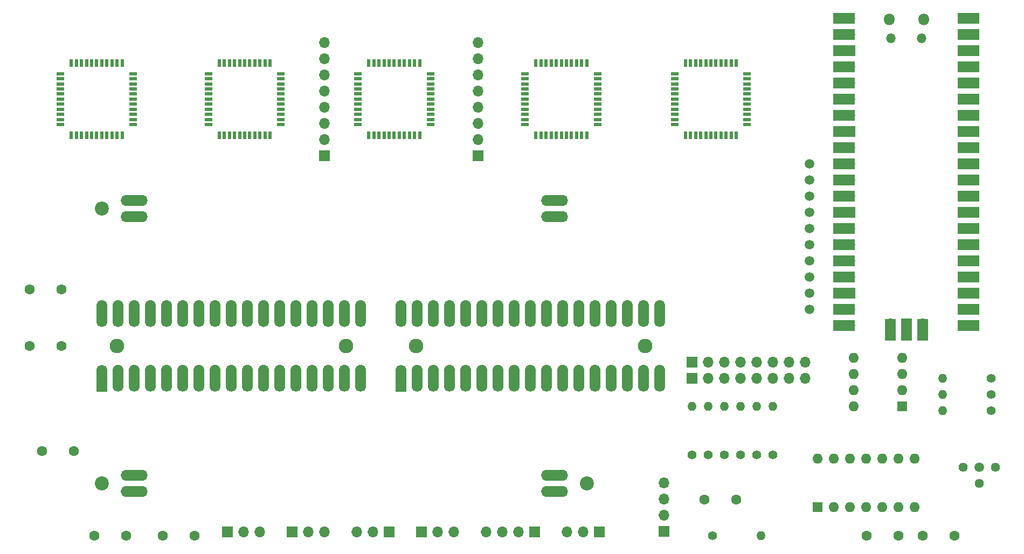
<source format=gbr>
%TF.GenerationSoftware,KiCad,Pcbnew,7.0.7*%
%TF.CreationDate,2024-11-27T08:57:41-05:00*%
%TF.ProjectId,cross-point-exp-brd-mini-lc,63726f73-732d-4706-9f69-6e742d657870,rev?*%
%TF.SameCoordinates,Original*%
%TF.FileFunction,Soldermask,Top*%
%TF.FilePolarity,Negative*%
%FSLAX46Y46*%
G04 Gerber Fmt 4.6, Leading zero omitted, Abs format (unit mm)*
G04 Created by KiCad (PCBNEW 7.0.7) date 2024-11-27 08:57:41*
%MOMM*%
%LPD*%
G01*
G04 APERTURE LIST*
%ADD10C,1.600000*%
%ADD11C,1.500000*%
%ADD12R,1.700000X1.700000*%
%ADD13O,1.700000X1.700000*%
%ADD14C,1.400000*%
%ADD15O,1.400000X1.400000*%
%ADD16C,2.200000*%
%ADD17R,1.600000X1.600000*%
%ADD18O,1.600000X1.600000*%
%ADD19R,1.200000X0.500000*%
%ADD20R,0.500000X1.200000*%
%ADD21C,2.286000*%
%ADD22O,1.700000X4.240000*%
%ADD23O,4.240000X1.700000*%
%ADD24O,1.800000X1.800000*%
%ADD25O,1.500000X1.500000*%
%ADD26R,3.500000X1.700000*%
%ADD27R,1.700000X3.500000*%
%ADD28C,1.440000*%
G04 APERTURE END LIST*
D10*
%TO.C,C2*%
X190460000Y-128905000D03*
X185460000Y-128905000D03*
%TD*%
D11*
%TO.C,TP10*%
X201930000Y-99060000D03*
%TD*%
D12*
%TO.C,JVEE1*%
X158750000Y-133985000D03*
D13*
X156210000Y-133985000D03*
X153670000Y-133985000D03*
X151130000Y-133985000D03*
%TD*%
D10*
%TO.C,C5*%
X86360000Y-121285000D03*
X81360000Y-121285000D03*
%TD*%
%TO.C,C3*%
X94615000Y-134620000D03*
X89615000Y-134620000D03*
%TD*%
D14*
%TO.C,R9*%
X193675000Y-121920000D03*
D15*
X193675000Y-114300000D03*
%TD*%
D16*
%TO.C,REF\u002A\u002A*%
X90805000Y-126365000D03*
%TD*%
%TO.C,REF\u002A\u002A*%
X167005000Y-126365000D03*
%TD*%
D11*
%TO.C,TP6*%
X228600000Y-123825000D03*
%TD*%
D10*
%TO.C,C8*%
X79415000Y-104775000D03*
X84415000Y-104775000D03*
%TD*%
D14*
%TO.C,R12*%
X186690000Y-134620000D03*
D15*
X194310000Y-134620000D03*
%TD*%
D17*
%TO.C,U10*%
X216535000Y-114290000D03*
D18*
X216535000Y-111750000D03*
X216535000Y-109210000D03*
X216535000Y-106670000D03*
X208915000Y-106670000D03*
X208915000Y-109210000D03*
X208915000Y-111750000D03*
X208915000Y-114290000D03*
%TD*%
D12*
%TO.C,JpVDD2*%
X140970000Y-133985000D03*
D13*
X143510000Y-133985000D03*
X146050000Y-133985000D03*
%TD*%
D19*
%TO.C,U3*%
X168666400Y-70025000D03*
X168666400Y-69225000D03*
X168666400Y-68425000D03*
X168666400Y-67625000D03*
X168666400Y-66825000D03*
X168666400Y-66025000D03*
X168666400Y-65225000D03*
X168666400Y-64425000D03*
X168666400Y-63625000D03*
X168666400Y-62825000D03*
X168666400Y-62025000D03*
D20*
X166966400Y-60325000D03*
X166166400Y-60325000D03*
X165366400Y-60325000D03*
X164566400Y-60325000D03*
X163766400Y-60325000D03*
X162966400Y-60325000D03*
X162166400Y-60325000D03*
X161366400Y-60325000D03*
X160566400Y-60325000D03*
X159766400Y-60325000D03*
X158966400Y-60325000D03*
D19*
X157266400Y-62025000D03*
X157266400Y-62825000D03*
X157266400Y-63625000D03*
X157266400Y-64425000D03*
X157266400Y-65225000D03*
X157266400Y-66025000D03*
X157266400Y-66825000D03*
X157266400Y-67625000D03*
X157266400Y-68425000D03*
X157266400Y-69225000D03*
X157266400Y-70025000D03*
D20*
X158966400Y-71725000D03*
X159766400Y-71725000D03*
X160566400Y-71725000D03*
X161366400Y-71725000D03*
X162166400Y-71725000D03*
X162966400Y-71725000D03*
X163766400Y-71725000D03*
X164566400Y-71725000D03*
X165366400Y-71725000D03*
X166166400Y-71725000D03*
X166966400Y-71725000D03*
%TD*%
D12*
%TO.C,J1*%
X125730000Y-74930000D03*
D13*
X125730000Y-72390000D03*
X125730000Y-69850000D03*
X125730000Y-67310000D03*
X125730000Y-64770000D03*
X125730000Y-62230000D03*
X125730000Y-59690000D03*
X125730000Y-57150000D03*
%TD*%
D11*
%TO.C,TP8*%
X201930000Y-96520000D03*
%TD*%
D12*
%TO.C,J2*%
X149860000Y-74930000D03*
D13*
X149860000Y-72390000D03*
X149860000Y-69850000D03*
X149860000Y-67310000D03*
X149860000Y-64770000D03*
X149860000Y-62230000D03*
X149860000Y-59690000D03*
X149860000Y-57150000D03*
%TD*%
D21*
%TO.C,J4*%
X140106400Y-104775000D03*
X176123600Y-104775000D03*
D12*
X137795000Y-111125000D03*
D22*
X137795000Y-109855000D03*
X140335000Y-109855000D03*
D13*
X140335000Y-108585000D03*
D22*
X142875000Y-109855000D03*
D13*
X142875000Y-108585000D03*
D22*
X145415000Y-109855000D03*
D13*
X145415000Y-108585000D03*
D22*
X147955000Y-109855000D03*
D13*
X147955000Y-108585000D03*
D22*
X150495000Y-109855000D03*
D13*
X150495000Y-108585000D03*
D22*
X153035000Y-109855000D03*
D13*
X153035000Y-108585000D03*
D22*
X155575000Y-109855000D03*
D13*
X155575000Y-108585000D03*
D22*
X158115000Y-109855000D03*
D13*
X158115000Y-108585000D03*
D22*
X160655000Y-109855000D03*
D13*
X160655000Y-108585000D03*
D22*
X163195000Y-109855000D03*
D13*
X163195000Y-108585000D03*
D22*
X165735000Y-109855000D03*
D13*
X165735000Y-108585000D03*
D22*
X168275000Y-109855000D03*
D13*
X168275000Y-108585000D03*
D22*
X170815000Y-109855000D03*
D13*
X170815000Y-108585000D03*
D22*
X173355000Y-109855000D03*
D13*
X173355000Y-108585000D03*
D22*
X175895000Y-109855000D03*
D13*
X175895000Y-108585000D03*
D22*
X178435000Y-109855000D03*
D13*
X178435000Y-108585000D03*
D22*
X137795000Y-99695000D03*
D13*
X137795000Y-98425000D03*
D22*
X140335000Y-99695000D03*
D13*
X140335000Y-98425000D03*
D22*
X142875000Y-99695000D03*
D13*
X142875000Y-98425000D03*
D22*
X145415000Y-99695000D03*
D13*
X145415000Y-98425000D03*
D22*
X147955000Y-99695000D03*
D13*
X147955000Y-98425000D03*
D22*
X150495000Y-99695000D03*
D13*
X150495000Y-98425000D03*
D22*
X153035000Y-99695000D03*
D13*
X153035000Y-98425000D03*
D22*
X155575000Y-99695000D03*
D13*
X155575000Y-98425000D03*
D22*
X158115000Y-99695000D03*
D13*
X158115000Y-98425000D03*
D22*
X160655000Y-99695000D03*
D13*
X160655000Y-98425000D03*
D22*
X163195000Y-99695000D03*
D13*
X163195000Y-98425000D03*
D22*
X165735000Y-99695000D03*
D13*
X165735000Y-98425000D03*
D22*
X168275000Y-99695000D03*
D13*
X168275000Y-98425000D03*
D22*
X170815000Y-99695000D03*
D13*
X170815000Y-98425000D03*
D22*
X173355000Y-99695000D03*
D13*
X173355000Y-98425000D03*
D22*
X175895000Y-99695000D03*
D13*
X175895000Y-98425000D03*
D22*
X178435000Y-99695000D03*
D13*
X178435000Y-98425000D03*
%TD*%
D12*
%TO.C,DC1*%
X179070000Y-133975000D03*
D13*
X179070000Y-131435000D03*
X179070000Y-128895000D03*
X179070000Y-126355000D03*
%TD*%
D14*
%TO.C,R1*%
X230505000Y-109855000D03*
D15*
X222885000Y-109855000D03*
%TD*%
D10*
%TO.C,C1*%
X224750000Y-134620000D03*
X219750000Y-134620000D03*
%TD*%
D14*
%TO.C,R8*%
X196215000Y-121920000D03*
D15*
X196215000Y-114300000D03*
%TD*%
D11*
%TO.C,TP0*%
X201930000Y-78740000D03*
%TD*%
D13*
%TO.C,J6*%
X94615000Y-127635000D03*
D23*
X95885000Y-127635000D03*
D13*
X94615000Y-125095000D03*
D23*
X95885000Y-125095000D03*
D13*
X160655000Y-127635000D03*
D23*
X161925000Y-127635000D03*
D13*
X160655000Y-125095000D03*
D23*
X161925000Y-125095000D03*
%TD*%
D14*
%TO.C,R6*%
X191135000Y-121920000D03*
D15*
X191135000Y-114300000D03*
%TD*%
D14*
%TO.C,R4*%
X186055000Y-121920000D03*
D15*
X186055000Y-114300000D03*
%TD*%
D12*
%TO.C,JpVDD1*%
X110490000Y-133985000D03*
D13*
X113030000Y-133985000D03*
X115570000Y-133985000D03*
%TD*%
D12*
%TO.C,J8*%
X183515000Y-109855000D03*
D13*
X186055000Y-109855000D03*
X188595000Y-109855000D03*
X191135000Y-109855000D03*
X193675000Y-109855000D03*
X196215000Y-109855000D03*
X198755000Y-109855000D03*
X201295000Y-109855000D03*
%TD*%
D12*
%TO.C,JpVDD5*%
X135890000Y-133985000D03*
D13*
X133350000Y-133985000D03*
X130810000Y-133985000D03*
%TD*%
D11*
%TO.C,TP3*%
X201930000Y-86360000D03*
%TD*%
D21*
%TO.C,J3*%
X93116400Y-104775000D03*
X129133600Y-104775000D03*
D12*
X90805000Y-111125000D03*
D22*
X90805000Y-109855000D03*
X93345000Y-109855000D03*
D13*
X93345000Y-108585000D03*
D22*
X95885000Y-109855000D03*
D13*
X95885000Y-108585000D03*
D22*
X98425000Y-109855000D03*
D13*
X98425000Y-108585000D03*
D22*
X100965000Y-109855000D03*
D13*
X100965000Y-108585000D03*
D22*
X103505000Y-109855000D03*
D13*
X103505000Y-108585000D03*
D22*
X106045000Y-109855000D03*
D13*
X106045000Y-108585000D03*
D22*
X108585000Y-109855000D03*
D13*
X108585000Y-108585000D03*
D22*
X111125000Y-109855000D03*
D13*
X111125000Y-108585000D03*
D22*
X113665000Y-109855000D03*
D13*
X113665000Y-108585000D03*
D22*
X116205000Y-109855000D03*
D13*
X116205000Y-108585000D03*
D22*
X118745000Y-109855000D03*
D13*
X118745000Y-108585000D03*
D22*
X121285000Y-109855000D03*
D13*
X121285000Y-108585000D03*
D22*
X123825000Y-109855000D03*
D13*
X123825000Y-108585000D03*
D22*
X126365000Y-109855000D03*
D13*
X126365000Y-108585000D03*
D22*
X128905000Y-109855000D03*
D13*
X128905000Y-108585000D03*
D22*
X131445000Y-109855000D03*
D13*
X131445000Y-108585000D03*
D22*
X90805000Y-99695000D03*
D13*
X90805000Y-98425000D03*
D22*
X93345000Y-99695000D03*
D13*
X93345000Y-98425000D03*
D22*
X95885000Y-99695000D03*
D13*
X95885000Y-98425000D03*
D22*
X98425000Y-99695000D03*
D13*
X98425000Y-98425000D03*
D22*
X100965000Y-99695000D03*
D13*
X100965000Y-98425000D03*
D22*
X103505000Y-99695000D03*
D13*
X103505000Y-98425000D03*
D22*
X106045000Y-99695000D03*
D13*
X106045000Y-98425000D03*
D22*
X108585000Y-99695000D03*
D13*
X108585000Y-98425000D03*
D22*
X111125000Y-99695000D03*
D13*
X111125000Y-98425000D03*
D22*
X113665000Y-99695000D03*
D13*
X113665000Y-98425000D03*
D22*
X116205000Y-99695000D03*
D13*
X116205000Y-98425000D03*
D22*
X118745000Y-99695000D03*
D13*
X118745000Y-98425000D03*
D22*
X121285000Y-99695000D03*
D13*
X121285000Y-98425000D03*
D22*
X123825000Y-99695000D03*
D13*
X123825000Y-98425000D03*
D22*
X126365000Y-99695000D03*
D13*
X126365000Y-98425000D03*
D22*
X128905000Y-99695000D03*
D13*
X128905000Y-98425000D03*
D22*
X131445000Y-99695000D03*
D13*
X131445000Y-98425000D03*
%TD*%
D19*
%TO.C,U1*%
X95680000Y-70025000D03*
X95680000Y-69225000D03*
X95680000Y-68425000D03*
X95680000Y-67625000D03*
X95680000Y-66825000D03*
X95680000Y-66025000D03*
X95680000Y-65225000D03*
X95680000Y-64425000D03*
X95680000Y-63625000D03*
X95680000Y-62825000D03*
X95680000Y-62025000D03*
D20*
X93980000Y-60325000D03*
X93180000Y-60325000D03*
X92380000Y-60325000D03*
X91580000Y-60325000D03*
X90780000Y-60325000D03*
X89980000Y-60325000D03*
X89180000Y-60325000D03*
X88380000Y-60325000D03*
X87580000Y-60325000D03*
X86780000Y-60325000D03*
X85980000Y-60325000D03*
D19*
X84280000Y-62025000D03*
X84280000Y-62825000D03*
X84280000Y-63625000D03*
X84280000Y-64425000D03*
X84280000Y-65225000D03*
X84280000Y-66025000D03*
X84280000Y-66825000D03*
X84280000Y-67625000D03*
X84280000Y-68425000D03*
X84280000Y-69225000D03*
X84280000Y-70025000D03*
D20*
X85980000Y-71725000D03*
X86780000Y-71725000D03*
X87580000Y-71725000D03*
X88380000Y-71725000D03*
X89180000Y-71725000D03*
X89980000Y-71725000D03*
X90780000Y-71725000D03*
X91580000Y-71725000D03*
X92380000Y-71725000D03*
X93180000Y-71725000D03*
X93980000Y-71725000D03*
%TD*%
D14*
%TO.C,R2*%
X230505000Y-112395000D03*
D15*
X222885000Y-112395000D03*
%TD*%
D12*
%TO.C,J7*%
X183515000Y-107315000D03*
D13*
X186055000Y-107315000D03*
X188595000Y-107315000D03*
X191135000Y-107315000D03*
X193675000Y-107315000D03*
X196215000Y-107315000D03*
X198755000Y-107315000D03*
X201295000Y-107315000D03*
%TD*%
D10*
%TO.C,C6*%
X210900000Y-134620000D03*
X215900000Y-134620000D03*
%TD*%
D11*
%TO.C,TP4*%
X201930000Y-88900000D03*
%TD*%
D17*
%TO.C,U11*%
X203195000Y-130165000D03*
D18*
X205735000Y-130165000D03*
X208275000Y-130165000D03*
X210815000Y-130165000D03*
X213355000Y-130165000D03*
X215895000Y-130165000D03*
X218435000Y-130165000D03*
X218435000Y-122545000D03*
X215895000Y-122545000D03*
X213355000Y-122545000D03*
X210815000Y-122545000D03*
X208275000Y-122545000D03*
X205735000Y-122545000D03*
X203195000Y-122545000D03*
%TD*%
D14*
%TO.C,R3*%
X230505000Y-114935000D03*
D15*
X222885000Y-114935000D03*
%TD*%
D19*
%TO.C,U2*%
X118920000Y-70025000D03*
X118920000Y-69225000D03*
X118920000Y-68425000D03*
X118920000Y-67625000D03*
X118920000Y-66825000D03*
X118920000Y-66025000D03*
X118920000Y-65225000D03*
X118920000Y-64425000D03*
X118920000Y-63625000D03*
X118920000Y-62825000D03*
X118920000Y-62025000D03*
D20*
X117220000Y-60325000D03*
X116420000Y-60325000D03*
X115620000Y-60325000D03*
X114820000Y-60325000D03*
X114020000Y-60325000D03*
X113220000Y-60325000D03*
X112420000Y-60325000D03*
X111620000Y-60325000D03*
X110820000Y-60325000D03*
X110020000Y-60325000D03*
X109220000Y-60325000D03*
D19*
X107520000Y-62025000D03*
X107520000Y-62825000D03*
X107520000Y-63625000D03*
X107520000Y-64425000D03*
X107520000Y-65225000D03*
X107520000Y-66025000D03*
X107520000Y-66825000D03*
X107520000Y-67625000D03*
X107520000Y-68425000D03*
X107520000Y-69225000D03*
X107520000Y-70025000D03*
D20*
X109220000Y-71725000D03*
X110020000Y-71725000D03*
X110820000Y-71725000D03*
X111620000Y-71725000D03*
X112420000Y-71725000D03*
X113220000Y-71725000D03*
X114020000Y-71725000D03*
X114820000Y-71725000D03*
X115620000Y-71725000D03*
X116420000Y-71725000D03*
X117220000Y-71725000D03*
%TD*%
D11*
%TO.C,TP5*%
X201930000Y-91440000D03*
%TD*%
%TO.C,TP2*%
X201930000Y-83820000D03*
%TD*%
D12*
%TO.C,JpVDD4*%
X120650000Y-133985000D03*
D13*
X123190000Y-133985000D03*
X125730000Y-133985000D03*
%TD*%
D24*
%TO.C,U9*%
X214445000Y-53470000D03*
D25*
X214745000Y-56500000D03*
X219595000Y-56500000D03*
D24*
X219895000Y-53470000D03*
D13*
X208280000Y-53340000D03*
D26*
X207380000Y-53340000D03*
D13*
X208280000Y-55880000D03*
D26*
X207380000Y-55880000D03*
D12*
X208280000Y-58420000D03*
D26*
X207380000Y-58420000D03*
D13*
X208280000Y-60960000D03*
D26*
X207380000Y-60960000D03*
D13*
X208280000Y-63500000D03*
D26*
X207380000Y-63500000D03*
D13*
X208280000Y-66040000D03*
D26*
X207380000Y-66040000D03*
D13*
X208280000Y-68580000D03*
D26*
X207380000Y-68580000D03*
D12*
X208280000Y-71120000D03*
D26*
X207380000Y-71120000D03*
D13*
X208280000Y-73660000D03*
D26*
X207380000Y-73660000D03*
D13*
X208280000Y-76200000D03*
D26*
X207380000Y-76200000D03*
D13*
X208280000Y-78740000D03*
D26*
X207380000Y-78740000D03*
D13*
X208280000Y-81280000D03*
D26*
X207380000Y-81280000D03*
D12*
X208280000Y-83820000D03*
D26*
X207380000Y-83820000D03*
D13*
X208280000Y-86360000D03*
D26*
X207380000Y-86360000D03*
D13*
X208280000Y-88900000D03*
D26*
X207380000Y-88900000D03*
D13*
X208280000Y-91440000D03*
D26*
X207380000Y-91440000D03*
D13*
X208280000Y-93980000D03*
D26*
X207380000Y-93980000D03*
D12*
X208280000Y-96520000D03*
D26*
X207380000Y-96520000D03*
D13*
X208280000Y-99060000D03*
D26*
X207380000Y-99060000D03*
D13*
X208280000Y-101600000D03*
D26*
X207380000Y-101600000D03*
D13*
X226060000Y-101600000D03*
D26*
X226960000Y-101600000D03*
D13*
X226060000Y-99060000D03*
D26*
X226960000Y-99060000D03*
D12*
X226060000Y-96520000D03*
D26*
X226960000Y-96520000D03*
D13*
X226060000Y-93980000D03*
D26*
X226960000Y-93980000D03*
D13*
X226060000Y-91440000D03*
D26*
X226960000Y-91440000D03*
D13*
X226060000Y-88900000D03*
D26*
X226960000Y-88900000D03*
D13*
X226060000Y-86360000D03*
D26*
X226960000Y-86360000D03*
D12*
X226060000Y-83820000D03*
D26*
X226960000Y-83820000D03*
D13*
X226060000Y-81280000D03*
D26*
X226960000Y-81280000D03*
D13*
X226060000Y-78740000D03*
D26*
X226960000Y-78740000D03*
D13*
X226060000Y-76200000D03*
D26*
X226960000Y-76200000D03*
D13*
X226060000Y-73660000D03*
D26*
X226960000Y-73660000D03*
D12*
X226060000Y-71120000D03*
D26*
X226960000Y-71120000D03*
D13*
X226060000Y-68580000D03*
D26*
X226960000Y-68580000D03*
D13*
X226060000Y-66040000D03*
D26*
X226960000Y-66040000D03*
D13*
X226060000Y-63500000D03*
D26*
X226960000Y-63500000D03*
D13*
X226060000Y-60960000D03*
D26*
X226960000Y-60960000D03*
D12*
X226060000Y-58420000D03*
D26*
X226960000Y-58420000D03*
D13*
X226060000Y-55880000D03*
D26*
X226960000Y-55880000D03*
D13*
X226060000Y-53340000D03*
D26*
X226960000Y-53340000D03*
D13*
X214630000Y-101370000D03*
D27*
X214630000Y-102270000D03*
D12*
X217170000Y-101370000D03*
D27*
X217170000Y-102270000D03*
D13*
X219710000Y-101370000D03*
D27*
X219710000Y-102270000D03*
%TD*%
D16*
%TO.C,REF\u002A\u002A*%
X90805000Y-83185000D03*
%TD*%
D13*
%TO.C,J5*%
X94615000Y-84455000D03*
D23*
X95885000Y-84455000D03*
D13*
X94615000Y-81915000D03*
D23*
X95885000Y-81915000D03*
D13*
X160655000Y-84455000D03*
D23*
X161925000Y-84455000D03*
D13*
X160655000Y-81915000D03*
D23*
X161925000Y-81915000D03*
%TD*%
D10*
%TO.C,C4*%
X105330000Y-134620000D03*
X100330000Y-134620000D03*
%TD*%
D19*
%TO.C,U4*%
X192161400Y-70025000D03*
X192161400Y-69225000D03*
X192161400Y-68425000D03*
X192161400Y-67625000D03*
X192161400Y-66825000D03*
X192161400Y-66025000D03*
X192161400Y-65225000D03*
X192161400Y-64425000D03*
X192161400Y-63625000D03*
X192161400Y-62825000D03*
X192161400Y-62025000D03*
D20*
X190461400Y-60325000D03*
X189661400Y-60325000D03*
X188861400Y-60325000D03*
X188061400Y-60325000D03*
X187261400Y-60325000D03*
X186461400Y-60325000D03*
X185661400Y-60325000D03*
X184861400Y-60325000D03*
X184061400Y-60325000D03*
X183261400Y-60325000D03*
X182461400Y-60325000D03*
D19*
X180761400Y-62025000D03*
X180761400Y-62825000D03*
X180761400Y-63625000D03*
X180761400Y-64425000D03*
X180761400Y-65225000D03*
X180761400Y-66025000D03*
X180761400Y-66825000D03*
X180761400Y-67625000D03*
X180761400Y-68425000D03*
X180761400Y-69225000D03*
X180761400Y-70025000D03*
D20*
X182461400Y-71725000D03*
X183261400Y-71725000D03*
X184061400Y-71725000D03*
X184861400Y-71725000D03*
X185661400Y-71725000D03*
X186461400Y-71725000D03*
X187261400Y-71725000D03*
X188061400Y-71725000D03*
X188861400Y-71725000D03*
X189661400Y-71725000D03*
X190461400Y-71725000D03*
%TD*%
D14*
%TO.C,R7*%
X188595000Y-121920000D03*
D15*
X188595000Y-114300000D03*
%TD*%
D11*
%TO.C,TP7*%
X201930000Y-93980000D03*
%TD*%
%TO.C,TP1*%
X201930000Y-81280000D03*
%TD*%
D19*
%TO.C,U5*%
X142415000Y-70025000D03*
X142415000Y-69225000D03*
X142415000Y-68425000D03*
X142415000Y-67625000D03*
X142415000Y-66825000D03*
X142415000Y-66025000D03*
X142415000Y-65225000D03*
X142415000Y-64425000D03*
X142415000Y-63625000D03*
X142415000Y-62825000D03*
X142415000Y-62025000D03*
D20*
X140715000Y-60325000D03*
X139915000Y-60325000D03*
X139115000Y-60325000D03*
X138315000Y-60325000D03*
X137515000Y-60325000D03*
X136715000Y-60325000D03*
X135915000Y-60325000D03*
X135115000Y-60325000D03*
X134315000Y-60325000D03*
X133515000Y-60325000D03*
X132715000Y-60325000D03*
D19*
X131015000Y-62025000D03*
X131015000Y-62825000D03*
X131015000Y-63625000D03*
X131015000Y-64425000D03*
X131015000Y-65225000D03*
X131015000Y-66025000D03*
X131015000Y-66825000D03*
X131015000Y-67625000D03*
X131015000Y-68425000D03*
X131015000Y-69225000D03*
X131015000Y-70025000D03*
D20*
X132715000Y-71725000D03*
X133515000Y-71725000D03*
X134315000Y-71725000D03*
X135115000Y-71725000D03*
X135915000Y-71725000D03*
X136715000Y-71725000D03*
X137515000Y-71725000D03*
X138315000Y-71725000D03*
X139115000Y-71725000D03*
X139915000Y-71725000D03*
X140715000Y-71725000D03*
%TD*%
D10*
%TO.C,C7*%
X79455000Y-95885000D03*
X84455000Y-95885000D03*
%TD*%
D14*
%TO.C,R5*%
X183515000Y-121920000D03*
D15*
X183515000Y-114300000D03*
%TD*%
D11*
%TO.C,TP9*%
X201930000Y-76200000D03*
%TD*%
D28*
%TO.C,RV1*%
X226060000Y-123840000D03*
X228600000Y-126380000D03*
X231140000Y-123840000D03*
%TD*%
D12*
%TO.C,JpVDD3*%
X168910000Y-133985000D03*
D13*
X166370000Y-133985000D03*
X163830000Y-133985000D03*
%TD*%
M02*

</source>
